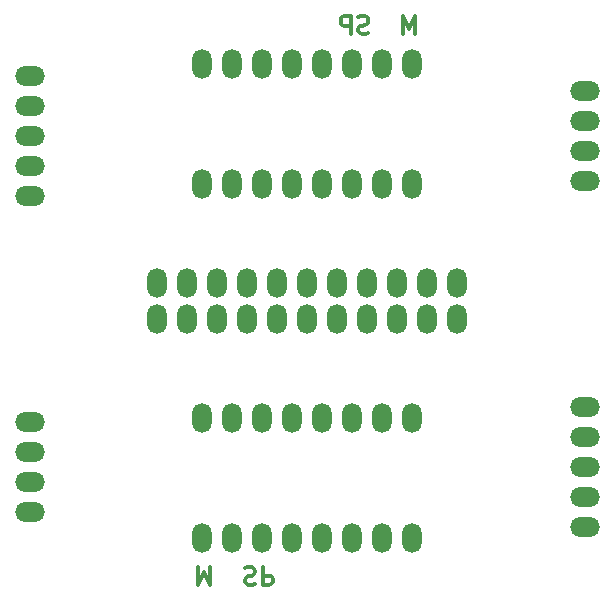
<source format=gbs>
%FSLAX34Y34*%
G04 Gerber Fmt 3.4, Leading zero omitted, Abs format*
G04 (created by PCBNEW (2014-02-28 BZR 4729)-product) date man 03 mar 2014 19:53:33 CET*
%MOIN*%
G01*
G70*
G90*
G04 APERTURE LIST*
%ADD10C,0.005906*%
%ADD11C,0.011811*%
%ADD12O,0.064961X0.100000*%
%ADD13O,0.100000X0.065000*%
%ADD14O,0.065000X0.100000*%
G04 APERTURE END LIST*
G54D10*
G54D11*
X6217Y975D02*
X6217Y385D01*
X6414Y807D01*
X6611Y385D01*
X6611Y975D01*
X7764Y947D02*
X7848Y975D01*
X7989Y975D01*
X8045Y947D01*
X8073Y919D01*
X8101Y863D01*
X8101Y807D01*
X8073Y750D01*
X8045Y722D01*
X7989Y694D01*
X7876Y666D01*
X7820Y638D01*
X7792Y610D01*
X7764Y553D01*
X7764Y497D01*
X7792Y441D01*
X7820Y413D01*
X7876Y385D01*
X8017Y385D01*
X8101Y413D01*
X8354Y975D02*
X8354Y385D01*
X8579Y385D01*
X8636Y413D01*
X8664Y441D01*
X8692Y497D01*
X8692Y582D01*
X8664Y638D01*
X8636Y666D01*
X8579Y694D01*
X8354Y694D01*
X13428Y18748D02*
X13428Y19339D01*
X13231Y18917D01*
X13034Y19339D01*
X13034Y18748D01*
X11881Y18776D02*
X11796Y18748D01*
X11656Y18748D01*
X11600Y18776D01*
X11571Y18804D01*
X11543Y18861D01*
X11543Y18917D01*
X11571Y18973D01*
X11600Y19001D01*
X11656Y19029D01*
X11768Y19057D01*
X11825Y19086D01*
X11853Y19114D01*
X11881Y19170D01*
X11881Y19226D01*
X11853Y19282D01*
X11825Y19311D01*
X11768Y19339D01*
X11628Y19339D01*
X11543Y19311D01*
X11290Y18748D02*
X11290Y19339D01*
X11065Y19339D01*
X11009Y19311D01*
X10981Y19282D01*
X10953Y19226D01*
X10953Y19142D01*
X10981Y19086D01*
X11009Y19057D01*
X11065Y19029D01*
X11290Y19029D01*
G54D12*
X6342Y5937D03*
X7342Y5937D03*
X8342Y5937D03*
X9342Y5937D03*
X10342Y5937D03*
X11342Y5937D03*
X12342Y5937D03*
X13342Y5937D03*
X13342Y1937D03*
X12342Y1937D03*
X11342Y1937D03*
X10342Y1937D03*
X9342Y1937D03*
X8342Y1937D03*
X7342Y1937D03*
X6342Y1937D03*
G54D13*
X590Y2830D03*
X590Y3830D03*
X590Y4830D03*
X590Y5830D03*
G54D14*
X14842Y9251D03*
X13842Y9251D03*
X12842Y9251D03*
X11842Y9251D03*
X10842Y9251D03*
X9842Y9251D03*
X8842Y9251D03*
X7842Y9251D03*
X6842Y9251D03*
X5842Y9251D03*
X4842Y9251D03*
G54D13*
X19094Y2330D03*
X19094Y3330D03*
X19094Y4330D03*
X19094Y5330D03*
X19094Y6330D03*
G54D12*
X13342Y13748D03*
X12342Y13748D03*
X11342Y13748D03*
X10342Y13748D03*
X9342Y13748D03*
X8342Y13748D03*
X7342Y13748D03*
X6342Y13748D03*
X6342Y17748D03*
X7342Y17748D03*
X8342Y17748D03*
X9342Y17748D03*
X10342Y17748D03*
X11342Y17748D03*
X12342Y17748D03*
X13342Y17748D03*
G54D13*
X19094Y16854D03*
X19094Y15854D03*
X19094Y14854D03*
X19094Y13854D03*
G54D14*
X4842Y10433D03*
X5842Y10433D03*
X6842Y10433D03*
X7842Y10433D03*
X8842Y10433D03*
X9842Y10433D03*
X10842Y10433D03*
X11842Y10433D03*
X12842Y10433D03*
X13842Y10433D03*
X14842Y10433D03*
G54D13*
X590Y17354D03*
X590Y16354D03*
X590Y15354D03*
X590Y14354D03*
X590Y13354D03*
M02*

</source>
